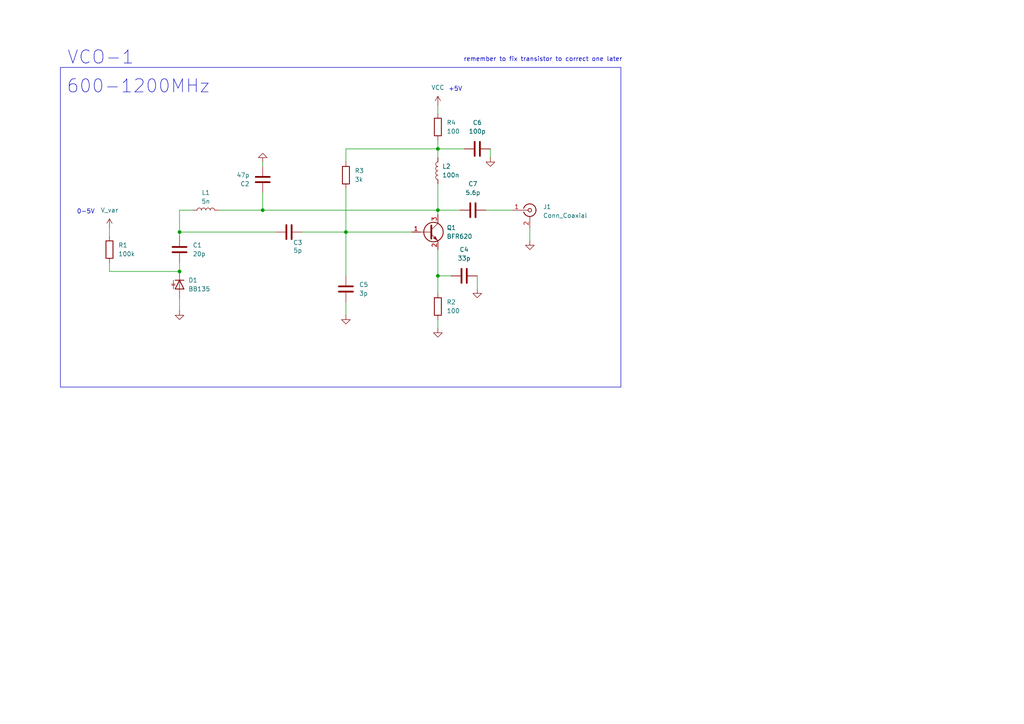
<source format=kicad_sch>
(kicad_sch (version 20250114) (generator "eeschema") (generator_version "9.0")
  (paper "A4")
  (lib_symbols
    (symbol "Connector:Conn_Coaxial" (pin_names (offset 1.016) (hide yes))
      (property "Reference" "J" (at 0.254 3.048 0))
      (property "Value" "Conn_Coaxial" (at 2.921 0 90))
      (symbol "Conn_Coaxial_0_1"
        (polyline (pts (xy -2.54 0) (xy -0.508 0)))
        (arc (start 1.778 0) (mid 0.222 -1.8079) (end -1.778 -0.508) (stroke (width 0.254)))
        (arc (start -1.778 0.508) (mid 0.2221 1.8084) (end 1.778 0) (stroke (width 0.254)))
        (circle (center 0 0) (radius 0.508) (stroke (width 0.2032)))
        (polyline (pts (xy 0 -2.54) (xy 0 -1.778)))
      )
      (symbol "Conn_Coaxial_1_1"
        (pin passive line (at -5.08 0 0) (length 2.54) (name "In") (number "1"))
        (pin passive line (at 0 -5.08 90) (length 2.54) (name "Ext") (number "2"))
      )
    )
    (symbol "Device:C" (pin_numbers (hide yes)) (pin_names (offset 0.254))
      (property "Reference" "C" (at 0.635 2.54 0))
      (property "Value" "C" (at 0.635 -2.54 0))
      (symbol "C_0_1"
        (polyline (pts (xy -2.032 0.762) (xy 2.032 0.762)) (stroke (width 0.508)))
        (polyline (pts (xy -2.032 -0.762) (xy 2.032 -0.762)) (stroke (width 0.508)))
      )
      (symbol "C_1_1"
        (pin passive line (at 0 3.81 270) (length 2.794) (name "~") (number "1"))
        (pin passive line (at 0 -3.81 90) (length 2.794) (name "~") (number "2"))
      )
    )
    (symbol "Device:D_Capacitance" (pin_numbers (hide yes)) (pin_names (offset 1.016) (hide yes))
      (property "Reference" "D" (at 0 2.54 0))
      (property "Value" "D_Capacitance" (at 0 -3.302 0))
      (symbol "D_Capacitance_0_1"
        (polyline (pts (xy -1.27 1.27) (xy -1.27 -1.27)) (stroke (width 0.254)))
        (polyline (pts (xy -1.27 0) (xy 1.27 0)))
        (polyline (pts (xy -1.27 -1.778) (xy -0.1524 -1.778)))
        (polyline (pts (xy -0.1524 -1.27) (xy -0.1524 -2.286)))
        (polyline (pts (xy 0.1524 -1.27) (xy 0.1524 -2.286)))
        (polyline (pts (xy 0.1524 -1.778) (xy 1.27 -1.778)))
        (polyline (pts (xy 1.27 1.27) (xy 1.27 -1.27) (xy -1.27 0) (xy 1.27 1.27)) (stroke (width 0.254)))
      )
      (symbol "D_Capacitance_1_1"
        (pin passive line (at -3.81 0 0) (length 2.54) (name "K") (number "1"))
        (pin passive line (at 3.81 0 180) (length 2.54) (name "A") (number "2"))
      )
    )
    (symbol "Device:L" (pin_numbers (hide yes)) (pin_names (offset 1.016) (hide yes))
      (property "Reference" "L" (at -1.27 0 90))
      (property "Value" "L" (at 1.905 0 90))
      (symbol "L_0_1"
        (arc (start 0 2.54) (mid 0.6323 1.905) (end 0 1.27))
        (arc (start 0 1.27) (mid 0.6323 0.635) (end 0 0))
        (arc (start 0 0) (mid 0.6323 -0.635) (end 0 -1.27))
        (arc (start 0 -1.27) (mid 0.6323 -1.905) (end 0 -2.54))
      )
      (symbol "L_1_1"
        (pin passive line (at 0 3.81 270) (length 1.27) (name "1") (number "1"))
        (pin passive line (at 0 -3.81 90) (length 1.27) (name "2") (number "2"))
      )
    )
    (symbol "Device:R" (pin_numbers (hide yes)) (pin_names (offset 0))
      (property "Reference" "R" (at 2.032 0 90))
      (property "Value" "R" (at 0 0 90))
      (symbol "R_0_1"
        (rectangle (start -1.016 -2.54) (end 1.016 2.54) (stroke (width 0.254)))
      )
      (symbol "R_1_1"
        (pin passive line (at 0 3.81 270) (length 1.27) (name "~") (number "1"))
        (pin passive line (at 0 -3.81 90) (length 1.27) (name "~") (number "2"))
      )
    )
    (symbol "Transistor_BJT:BFR92" (pin_names (offset 0) (hide yes))
      (property "Reference" "Q" (at 5.08 1.905 0))
      (property "Value" "BFR92" (at 5.08 0 0))
      (symbol "BFR92_0_1"
        (polyline (pts (xy -2.54 0) (xy 0.635 0)))
        (polyline (pts (xy 0.635 1.905) (xy 0.635 -1.905)) (stroke (width 0.508)))
        (circle (center 1.27 0) (radius 2.8194) (stroke (width 0.254)))
      )
      (symbol "BFR92_1_1"
        (polyline (pts (xy 0.635 0.635) (xy 2.54 2.54)))
        (polyline (pts (xy 0.635 -0.635) (xy 2.54 -2.54)))
        (polyline (pts (xy 1.27 -1.778) (xy 1.778 -1.27) (xy 2.286 -2.286) (xy 1.27 -1.778)) (fill (type outline)))
        (pin input line (at -5.08 0 0) (length 2.54) (name "B") (number "1"))
        (pin passive line (at 2.54 5.08 270) (length 2.54) (name "C") (number "3"))
        (pin passive line (at 2.54 -5.08 90) (length 2.54) (name "E") (number "2"))
      )
    )
    (symbol "power:GND" (power) (pin_numbers (hide yes)) (pin_names (offset 0) (hide yes))
      (property "Value" "GND" (at 0 -3.81 0))
      (symbol "GND_0_1"
        (polyline (pts (xy 0 0) (xy 0 -1.27) (xy 1.27 -1.27) (xy 0 -2.54) (xy -1.27 -1.27) (xy 0 -1.27)))
      )
      (symbol "GND_1_1"
        (pin power_in line (at 0 0 270) (length 0) (name "~") (number "1"))
      )
    )
    (symbol "power:VCC" (power) (pin_numbers (hide yes)) (pin_names (offset 0) (hide yes))
      (property "Value" "VCC" (at 0 3.556 0))
      (symbol "VCC_0_1"
        (polyline (pts (xy -0.762 1.27) (xy 0 2.54)))
        (polyline (pts (xy 0 2.54) (xy 0.762 1.27)))
        (polyline (pts (xy 0 0) (xy 0 2.54)))
      )
      (symbol "VCC_1_1"
        (pin power_in line (at 0 0 90) (length 0) (name "~") (number "1"))
      )
    )
    (symbol "power:VDC" (power) (pin_numbers (hide yes)) (pin_names (offset 0) (hide yes))
      (property "Value" "VDC" (at 0 3.556 0))
      (symbol "VDC_0_1"
        (polyline (pts (xy -0.762 1.27) (xy 0 2.54)))
        (polyline (pts (xy 0 2.54) (xy 0.762 1.27)))
        (polyline (pts (xy 0 0) (xy 0 2.54)))
      )
      (symbol "VDC_1_1"
        (pin power_in line (at 0 0 90) (length 0) (name "~") (number "1"))
      )
    )
  )
  (rectangle (start 17.526 19.558) (end 180.086 112.268))
  (text "600-1200MHz\n" (at 40.132 25.146 0) (effects (font (size 3.81 3.81))))
  (text "remember to fix transistor to correct one later\n" (at 157.48 17.272 0) (effects (font (size 1.27 1.27))))
  (text "VCO-1\n" (at 29.21 16.764 0) (effects (font (size 3.81 3.81))))
  (text "0-5V\n" (at 24.892 61.468 0) (effects (font (size 1.27 1.27))))
  (text "+5V\n" (at 132.08 25.908 0) (effects (font (size 1.27 1.27))))
  (junction (at 100.33 67.31))
  (junction (at 76.2 60.96))
  (junction (at 127 80.01))
  (junction (at 52.07 67.31))
  (junction (at 127 60.96))
  (junction (at 52.07 78.74))
  (junction (at 127 43.18))
  (wire (pts (xy 100.33 54.61) (xy 100.33 67.31)))
  (wire (pts (xy 127 80.01) (xy 130.81 80.01)))
  (wire (pts (xy 31.75 78.74) (xy 52.07 78.74)))
  (wire (pts (xy 127 53.34) (xy 127 60.96)))
  (wire (pts (xy 127 80.01) (xy 127 85.09)))
  (wire (pts (xy 31.75 66.04) (xy 31.75 68.58)))
  (wire (pts (xy 76.2 60.96) (xy 76.2 55.88)))
  (wire (pts (xy 100.33 46.99) (xy 100.33 43.18)))
  (wire (pts (xy 100.33 67.31) (xy 100.33 80.01)))
  (wire (pts (xy 127 40.64) (xy 127 43.18)))
  (wire (pts (xy 100.33 43.18) (xy 127 43.18)))
  (wire (pts (xy 100.33 67.31) (xy 119.38 67.31)))
  (wire (pts (xy 127 72.39) (xy 127 80.01)))
  (wire (pts (xy 31.75 76.2) (xy 31.75 78.74)))
  (wire (pts (xy 127 43.18) (xy 134.62 43.18)))
  (wire (pts (xy 52.07 76.2) (xy 52.07 78.74)))
  (wire (pts (xy 127 30.48) (xy 127 33.02)))
  (wire (pts (xy 100.33 87.63) (xy 100.33 91.44)))
  (wire (pts (xy 127 60.96) (xy 127 62.23)))
  (wire (pts (xy 76.2 60.96) (xy 127 60.96)))
  (wire (pts (xy 127 92.71) (xy 127 95.25)))
  (wire (pts (xy 138.43 80.01) (xy 138.43 83.82)))
  (wire (pts (xy 52.07 60.96) (xy 52.07 67.31)))
  (wire (pts (xy 142.24 43.18) (xy 142.24 45.72)))
  (wire (pts (xy 153.67 66.04) (xy 153.67 69.85)))
  (wire (pts (xy 52.07 67.31) (xy 80.01 67.31)))
  (wire (pts (xy 127 43.18) (xy 127 45.72)))
  (wire (pts (xy 87.63 67.31) (xy 100.33 67.31)))
  (wire (pts (xy 55.88 60.96) (xy 52.07 60.96)))
  (wire (pts (xy 52.07 86.36) (xy 52.07 90.17)))
  (wire (pts (xy 52.07 67.31) (xy 52.07 68.58)))
  (wire (pts (xy 127 60.96) (xy 133.35 60.96)))
  (wire (pts (xy 63.5 60.96) (xy 76.2 60.96)))
  (wire (pts (xy 76.2 46.99) (xy 76.2 48.26)))
  (wire (pts (xy 140.97 60.96) (xy 148.59 60.96)))
  (symbol (lib_id "Device:C") (at 76.2 52.07 180) (unit 1)
    (property "Reference" "C2" (at 72.39 53.3401 0) (effects (justify left)))
    (property "Value" "47p" (at 72.39 50.8001 0) (effects (justify left)))
    (property "Description" "Unpolarized capacitor" (effects (hide yes)))
  )
  (symbol (lib_id "Device:C") (at 100.33 83.82 0) (unit 1)
    (property "Reference" "C5" (at 104.14 82.5499 0) (effects (justify left)))
    (property "Value" "3p" (at 104.14 85.0899 0) (effects (justify left)))
    (property "Description" "Unpolarized capacitor" (effects (hide yes)))
  )
  (symbol (lib_id "Connector:Conn_Coaxial") (at 153.67 60.96 0) (unit 1)
    (property "Reference" "J1" (at 157.48 59.9831 0) (effects (justify left)))
    (property "Value" "Conn_Coaxial" (at 157.48 62.5231 0) (effects (justify left)))
    (property "Description" "coaxial connector (BNC, SMA, SMB, SMC, Cinch/RCA, LEMO, ...)" (effects (hide yes)))
  )
  (symbol (lib_id "Device:R") (at 31.75 72.39 0) (unit 1)
    (property "Reference" "R1" (at 34.29 71.1199 0) (effects (justify left)))
    (property "Value" "100k" (at 34.29 73.6599 0) (effects (justify left)))
    (property "Description" "Resistor" (effects (hide yes)))
  )
  (symbol (lib_id "Device:C") (at 52.07 72.39 0) (unit 1)
    (property "Reference" "C1" (at 55.88 71.1199 0) (effects (justify left)))
    (property "Value" "20p" (at 55.88 73.6599 0) (effects (justify left)))
    (property "Description" "Unpolarized capacitor" (effects (hide yes)))
  )
  (symbol (lib_id "Device:C") (at 134.62 80.01 90) (unit 1)
    (property "Reference" "C4" (at 134.62 72.39 90))
    (property "Value" "33p" (at 134.62 74.93 90))
    (property "Description" "Unpolarized capacitor" (effects (hide yes)))
  )
  (symbol (lib_id "power:GND") (at 100.33 91.44 0) (unit 1)
    (property "Reference" "#PWR06" (effects (hide yes)))
    (property "Value" "GND" (effects (hide yes)))
    (property "Description" "Power symbol creates a global label with name \"GND\" , ground" (effects (hide yes)))
  )
  (symbol (lib_id "power:GND") (at 138.43 83.82 0) (unit 1)
    (property "Reference" "#PWR05" (effects (hide yes)))
    (property "Value" "GND" (effects (hide yes)))
    (property "Description" "Power symbol creates a global label with name \"GND\" , ground" (effects (hide yes)))
  )
  (symbol (lib_id "Device:L") (at 59.69 60.96 90) (unit 1)
    (property "Reference" "L1" (at 59.69 55.88 90))
    (property "Value" "5n" (at 59.69 58.42 90))
    (property "Description" "Inductor" (effects (hide yes)))
  )
  (symbol (lib_id "power:GND") (at 127 95.25 0) (unit 1)
    (property "Reference" "#PWR04" (effects (hide yes)))
    (property "Value" "GND" (effects (hide yes)))
    (property "Description" "Power symbol creates a global label with name \"GND\" , ground" (effects (hide yes)))
  )
  (symbol (lib_id "Device:L") (at 127 49.53 180) (unit 1)
    (property "Reference" "L2" (at 128.27 48.2599 0) (effects (justify right)))
    (property "Value" "100n" (at 128.27 50.7999 0) (effects (justify right)))
    (property "Description" "Inductor" (effects (hide yes)))
  )
  (symbol (lib_id "power:GND") (at 153.67 69.85 0) (unit 1)
    (property "Reference" "#PWR09" (effects (hide yes)))
    (property "Value" "GND" (effects (hide yes)))
    (property "Description" "Power symbol creates a global label with name \"GND\" , ground" (effects (hide yes)))
  )
  (symbol (lib_id "Device:D_Capacitance") (at 52.07 82.55 270) (unit 1)
    (property "Reference" "D1" (at 54.61 81.2799 90) (effects (justify left)))
    (property "Value" "BB135" (at 54.61 83.8199 90) (effects (justify left)))
    (property "Description" "Variable capacitance diode" (effects (hide yes)))
  )
  (symbol (lib_id "Device:R") (at 100.33 50.8 0) (unit 1)
    (property "Reference" "R3" (at 102.87 49.5299 0) (effects (justify left)))
    (property "Value" "3k" (at 102.87 52.0699 0) (effects (justify left)))
    (property "Description" "Resistor" (effects (hide yes)))
  )
  (symbol (lib_id "Transistor_BJT:BFR92") (at 124.46 67.31 0) (unit 1)
    (property "Reference" "Q1" (at 129.54 66.0399 0) (effects (justify left)))
    (property "Value" "BFR620" (at 129.54 68.5799 0) (effects (justify left)))
    (property "Footprint" "Package_TO_SOT_SMD:SOT-323_SC-70" (effects (hide yes)))
    (property "Datasheet" "https://assets.nexperia.com/documents/data-sheet/BFR92A_N.pdf" (effects (hide yes)))
    (property "Description" "0.025A Ic, 15V Vce, 5GHz Wideband NPN Transistor, SOT-323" (effects (hide yes)))
  )
  (symbol (lib_id "power:GND") (at 76.2 46.99 180) (unit 1)
    (property "Reference" "#PWR03" (effects (hide yes)))
    (property "Value" "GND" (effects (hide yes)))
    (property "Description" "Power symbol creates a global label with name \"GND\" , ground" (effects (hide yes)))
  )
  (symbol (lib_id "Device:C") (at 83.82 67.31 90) (unit 1)
    (property "Reference" "C3" (at 86.36 70.358 90))
    (property "Value" "5p" (at 86.36 72.644 90))
    (property "Description" "Unpolarized capacitor" (effects (hide yes)))
  )
  (symbol (lib_id "power:VCC") (at 127 30.48 0) (unit 1)
    (property "Reference" "#PWR07" (effects (hide yes)))
    (property "Value" "VCC" (at 127 25.4 0))
    (property "Description" "Power symbol creates a global label with name \"VCC\"" (effects (hide yes)))
  )
  (symbol (lib_id "Device:C") (at 138.43 43.18 90) (unit 1)
    (property "Reference" "C6" (at 138.43 35.56 90))
    (property "Value" "100p" (at 138.43 38.1 90))
    (property "Description" "Unpolarized capacitor" (effects (hide yes)))
  )
  (symbol (lib_id "Device:R") (at 127 88.9 0) (unit 1)
    (property "Reference" "R2" (at 129.54 87.6299 0) (effects (justify left)))
    (property "Value" "100" (at 129.54 90.1699 0) (effects (justify left)))
    (property "Description" "Resistor" (effects (hide yes)))
  )
  (symbol (lib_id "Device:C") (at 137.16 60.96 90) (unit 1)
    (property "Reference" "C7" (at 137.16 53.34 90))
    (property "Value" "5.6p" (at 137.16 55.88 90))
    (property "Description" "Unpolarized capacitor" (effects (hide yes)))
  )
  (symbol (lib_id "power:VDC") (at 31.75 66.04 0) (unit 1)
    (property "Reference" "#PWR01" (effects (hide yes)))
    (property "Value" "V_var" (at 31.75 60.96 0))
    (property "Description" "Power symbol creates a global label with name \"VDC\"" (effects (hide yes)))
  )
  (symbol (lib_id "power:GND") (at 52.07 90.17 0) (unit 1)
    (property "Reference" "#PWR02" (effects (hide yes)))
    (property "Value" "GND" (effects (hide yes)))
    (property "Description" "Power symbol creates a global label with name \"GND\" , ground" (effects (hide yes)))
  )
  (symbol (lib_id "Device:R") (at 127 36.83 0) (unit 1)
    (property "Reference" "R4" (at 129.54 35.5599 0) (effects (justify left)))
    (property "Value" "100" (at 129.54 38.0999 0) (effects (justify left)))
    (property "Description" "Resistor" (effects (hide yes)))
  )
  (symbol (lib_id "power:GND") (at 142.24 45.72 0) (unit 1)
    (property "Reference" "#PWR08" (effects (hide yes)))
    (property "Value" "GND" (effects (hide yes)))
    (property "Description" "Power symbol creates a global label with name \"GND\" , ground" (effects (hide yes)))
  )
)
</source>
